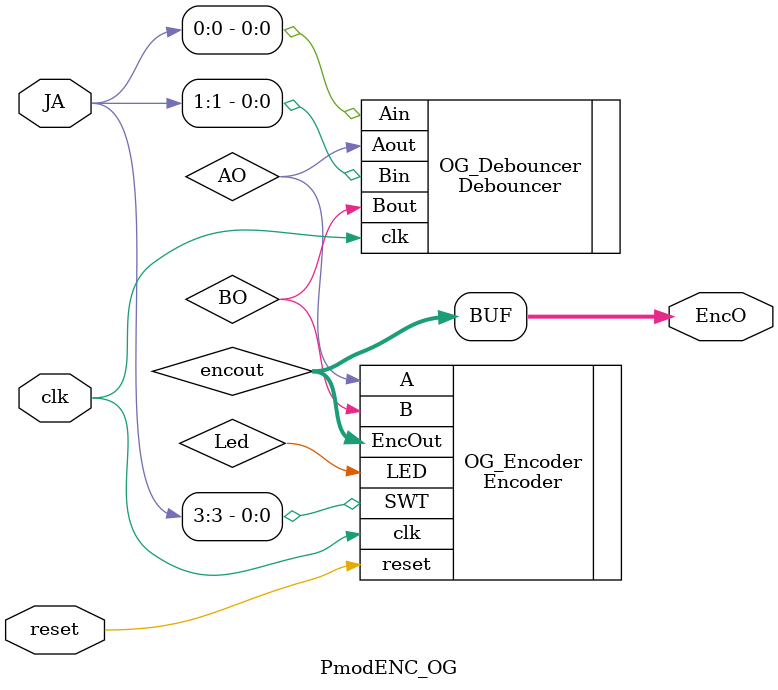
<source format=v>
`timescale 1ns / 1ps
module PmodENC_OG(
    clk,
    JA,
    reset,
    EncO
    );

	 // ===========================================================================
	 // 										Port Declarations
	 // ===========================================================================
    input clk;
    input [3:0] JA;
    input reset;
    output [3:0] EncO;

	 // ===========================================================================
	 // 							  Parameters, Regsiters, and Wires
	 // ===========================================================================

	 wire clk;
	 wire [3:0] EncO;
	 wire [3:0] encout;
	 // ===========================================================================
	 // 										Implementation
	 // ===========================================================================

 	 
 	 Debouncer OG_Debouncer (
				  .clk(clk),
				  .Ain(JA[0]),
				  .Bin(JA[1]),
				  .Aout(AO),
				  .Bout(BO)
	 );
	 
 	 Encoder  OG_Encoder (
				  .clk(clk),
				  .A(AO),
				  .B(BO),
				  .SWT(JA[3]),
				  .reset(reset),
				  .EncOut(encout),
				  .LED(Led)
	 );
	 
	 assign EncO = encout;

          
    
endmodule

</source>
